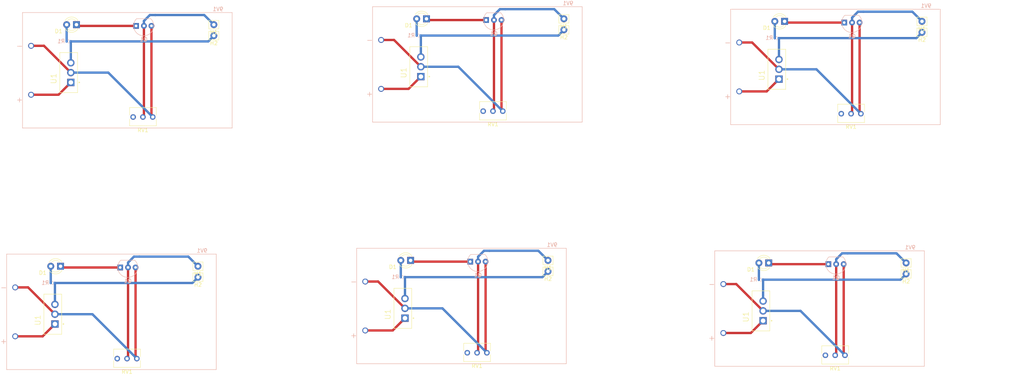
<source format=kicad_pcb>
(kicad_pcb (version 20211014) (generator pcbnew)
  (title_block (comment 1 "180208063"))
  (layers (0 "F.Cu" signal) (31 "B.Cu" signal) (34 "B.Paste" user) (35 "F.Paste" user) (36 "B.SilkS" user "B.Silkscreen") (37 "F.SilkS" user "F.Silkscreen") (38 "B.Mask" user) (39 "F.Mask" user) (44 "Edge.Cuts" user))
  (net 0 "")
  (net 2 "Net-(BZ1-Pad2)")
  (net 3 "Net-(D1-Pad2)")
  (net 4 "Net-(BZ1-Pad1)")
  (net 5 "Net-(9V1-Pad-)")
  (net 6 "Net-(9V1-Pad+)")
  (net 7 "Net-(H1-Pad1)")
  (footprint "L7805CV-Vreg:TO255P1040X460X1968-3" (layer "F.Cu") (at 126.907713 99.778603 90)
    (fp_text reference "U1" (at 0.995 -4.444 90) (layer "F.SilkS") (effects (font (size 1.4 1.4))))
    (fp_text value "L7805CV")
    (pad "1" thru_hole rect locked (at 0 0 90) (size 1.91 1.91) (drill 1.17) (layers F&B.Cu *.Mask) (net 6 "Net-(9V1-Pad+)"))
    (pad "2" thru_hole circle locked (at 2.55 0 90) (size 1.91 1.91) (drill 1.17) (layers F&B.Cu *.Mask) (net 5 "Net-(9V1-Pad-)"))
    (pad "3" thru_hole circle locked (at 5.1 0 90) (size 1.91 1.91) (drill 1.17) (layers F&B.Cu *.Mask) (net 4 "Net-(BZ1-Pad1)"))
  )
  (footprint "L7805CV-Vreg:TO255P1040X460X1968-3" (layer "F.Cu") (at 219.757713 100.438603 90)
    (fp_text reference "U1" (at 0.995 -4.444 90) (layer "F.SilkS") (effects (font (size 1.4 1.4))))
    (fp_text value "L7805CV")
    (pad "1" thru_hole rect locked (at 0 0 90) (size 1.91 1.91) (drill 1.17) (layers F&B.Cu *.Mask) (net 6 "Net-(9V1-Pad+)"))
    (pad "2" thru_hole circle locked (at 2.55 0 90) (size 1.91 1.91) (drill 1.17) (layers F&B.Cu *.Mask) (net 5 "Net-(9V1-Pad-)"))
    (pad "3" thru_hole circle locked (at 5.1 0 90) (size 1.91 1.91) (drill 1.17) (layers F&B.Cu *.Mask) (net 4 "Net-(BZ1-Pad1)"))
  )
  (footprint "Connector_Pin:Pin_D0.9mm_L10.0mm_W2.4mm_FlatFork" (layer "F.Cu") (at 260.959713 22.718603)
    (fp_text reference "H1" (at 0 1.95) (layer "F.SilkS"))
    (fp_text value "MountingHole_Pad")
    (pad "1" thru_hole circle (at 0 0) (size 1.8 1.8) (drill 0.9) (layers *.Cu *.Mask) (net 7 "Net-(H1-Pad1)"))
  )
  (footprint "Connector_Pin:Pin_D0.9mm_L10.0mm_W2.4mm_FlatFork" (layer "F.Cu") (at 256.839713 85.438603)
    (fp_text reference "H1" (at 0 1.95) (layer "F.SilkS"))
    (fp_text value "MountingHole_Pad")
    (pad "1" thru_hole circle (at 0 0) (size 1.8 1.8) (drill 0.9) (layers F&B.Cu *.Mask) (net 7 "Net-(H1-Pad1)"))
  )
  (footprint "L7805CV-Vreg:TO255P1040X460X1968-3" (layer "F.Cu") (at 36.147713 101.298603 90)
    (fp_text reference "U1" (at 0.995 -4.444 90) (layer "F.SilkS") (effects (font (size 1.4 1.4))))
    (fp_text value "L7805CV")
    (pad "1" thru_hole rect locked (at 0 0 90) (size 1.91 1.91) (drill 1.17) (layers F&B.Cu *.Mask) (net 6 "Net-(9V1-Pad+)"))
    (pad "2" thru_hole circle locked (at 2.55 0 90) (size 1.91 1.91) (drill 1.17) (layers F&B.Cu *.Mask) (net 5 "Net-(9V1-Pad-)"))
    (pad "3" thru_hole circle locked (at 5.1 0 90) (size 1.91 1.91) (drill 1.17) (layers F&B.Cu *.Mask) (net 4 "Net-(BZ1-Pad1)"))
  )
  (footprint "L7805CV-Vreg:TO255P1040X460X1968-3" (layer "F.Cu") (at 223.877713 37.718603 90)
    (fp_text reference "U1" (at 0.995 -4.444 90) (layer "F.SilkS") (effects (font (size 1.4 1.4))))
    (fp_text value "L7805CV")
    (pad "1" thru_hole rect locked (at 0 0 90) (size 1.91 1.91) (drill 1.17) (layers *.Cu *.Mask) (net 6 "Net-(9V1-Pad+)"))
    (pad "2" thru_hole circle locked (at 2.55 0 90) (size 1.91 1.91) (drill 1.17) (layers *.Cu *.Mask) (net 5 "Net-(9V1-Pad-)"))
    (pad "3" thru_hole circle locked (at 5.1 0 90) (size 1.91 1.91) (drill 1.17) (layers *.Cu *.Mask) (net 4 "Net-(BZ1-Pad1)"))
  )
  (footprint "Potentiometer_THT:Potentiometer_Bourns_3266Y_Vertical" (layer "F.Cu") (at 143.064713 108.753603 180)
    (fp_text reference "RV1" (at -2.54 -3.41) (layer "F.SilkS"))
    (fp_text value "R_POT")
    (pad "1" thru_hole circle (at 0 0 180) (size 1.44 1.44) (drill 0.8) (layers F&B.Cu *.Mask))
    (pad "2" thru_hole circle (at -2.54 0 180) (size 1.44 1.44) (drill 0.8) (layers F&B.Cu *.Mask) (net 7 "Net-(H1-Pad1)"))
    (pad "3" thru_hole circle (at -5.08 0 180) (size 1.44 1.44) (drill 0.8) (layers F&B.Cu *.Mask) (net 5 "Net-(9V1-Pad-)"))
  )
  (footprint "LED_THT:LED_D3.0mm_FlatTop" (layer "F.Cu") (at 132.484713 22.058603 180)
    (fp_text reference "D1" (at 4.625 -1.7) (layer "F.SilkS"))
    (fp_text value "LED")
    (pad "1" thru_hole rect (at 0 0 180) (size 1.8 1.8) (drill 0.9) (layers F&B.Cu *.Mask) (net 2 "Net-(BZ1-Pad2)"))
    (pad "2" thru_hole circle (at 2.54 0 180) (size 1.8 1.8) (drill 0.9) (layers F&B.Cu *.Mask) (net 3 "Net-(D1-Pad2)"))
  )
  (footprint "Connector_Pin:Pin_D0.9mm_L10.0mm_W2.4mm_FlatFork" (layer "F.Cu") (at 73.229713 86.298603)
    (fp_text reference "H1" (at 0 1.95) (layer "F.SilkS"))
    (fp_text value "MountingHole_Pad")
    (pad "1" thru_hole circle (at 0 0) (size 1.8 1.8) (drill 0.9) (layers F&B.Cu *.Mask) (net 7 "Net-(H1-Pad1)"))
  )
  (footprint "Connector_Pin:Pin_D0.9mm_L10.0mm_W2.4mm_FlatFork" (layer "F.Cu") (at 163.989713 84.778603)
    (fp_text reference "H1" (at 0 1.95) (layer "F.SilkS"))
    (fp_text value "MountingHole_Pad")
    (pad "1" thru_hole circle (at 0 0) (size 1.8 1.8) (drill 0.9) (layers F&B.Cu *.Mask) (net 7 "Net-(H1-Pad1)"))
  )
  (footprint "Connector_Pin:Pin_D0.9mm_L10.0mm_W2.4mm_FlatFork" (layer "F.Cu") (at 168.109713 24.908603)
    (fp_text reference "H2" (at 0 1.95) (layer "F.SilkS"))
    (fp_text value "MountingHole_Pad")
    (pad "1" thru_hole circle (at 0 0) (size 1.8 1.8) (drill 0.9) (layers F&B.Cu *.Mask) (net 4 "Net-(BZ1-Pad1)"))
  )
  (footprint "Connector_Pin:Pin_D0.9mm_L10.0mm_W2.4mm_FlatFork" (layer "F.Cu") (at 168.109713 22.058603)
    (fp_text reference "H1" (at 0 1.95) (layer "F.SilkS"))
    (fp_text value "MountingHole_Pad")
    (pad "1" thru_hole circle (at 0 0) (size 1.8 1.8) (drill 0.9) (layers F&B.Cu *.Mask) (net 7 "Net-(H1-Pad1)"))
  )
  (footprint "Connector_Pin:Pin_D0.9mm_L10.0mm_W2.4mm_FlatFork" (layer "F.Cu") (at 77.349713 26.428603)
    (fp_text reference "H2" (at 0 1.95) (layer "F.SilkS"))
    (fp_text value "MountingHole_Pad")
    (pad "1" thru_hole circle (at 0 0) (size 1.8 1.8) (drill 0.9) (layers F&B.Cu *.Mask) (net 4 "Net-(BZ1-Pad1)"))
  )
  (footprint "Potentiometer_THT:Potentiometer_Bourns_3266Y_Vertical" (layer "F.Cu") (at 52.304713 110.273603 180)
    (fp_text reference "RV1" (at -2.54 -3.41) (layer "F.SilkS"))
    (fp_text value "R_POT")
    (pad "1" thru_hole circle (at 0 0 180) (size 1.44 1.44) (drill 0.8) (layers F&B.Cu *.Mask))
    (pad "2" thru_hole circle (at -2.54 0 180) (size 1.44 1.44) (drill 0.8) (layers F&B.Cu *.Mask) (net 7 "Net-(H1-Pad1)"))
    (pad "3" thru_hole circle (at -5.08 0 180) (size 1.44 1.44) (drill 0.8) (layers F&B.Cu *.Mask) (net 5 "Net-(9V1-Pad-)"))
  )
  (footprint "L7805CV-Vreg:TO255P1040X460X1968-3" (layer "F.Cu") (at 40.267713 38.578603 90)
    (fp_text reference "U1" (at 0.995 -4.444 90) (layer "F.SilkS") (effects (font (size 1.4 1.4))))
    (fp_text value "L7805CV")
    (pad "1" thru_hole rect locked (at 0 0 90) (size 1.91 1.91) (drill 1.17) (layers F&B.Cu *.Mask) (net 6 "Net-(9V1-Pad+)"))
    (pad "2" thru_hole circle locked (at 2.55 0 90) (size 1.91 1.91) (drill 1.17) (layers F&B.Cu *.Mask) (net 5 "Net-(9V1-Pad-)"))
    (pad "3" thru_hole circle locked (at 5.1 0 90) (size 1.91 1.91) (drill 1.17) (layers F&B.Cu *.Mask) (net 4 "Net-(BZ1-Pad1)"))
  )
  (footprint "LED_THT:LED_D3.0mm_FlatTop" (layer "F.Cu") (at 128.364713 84.778603 180)
    (fp_text reference "D1" (at 4.625 -1.7) (layer "F.SilkS"))
    (fp_text value "LED")
    (pad "1" thru_hole rect (at 0 0 180) (size 1.8 1.8) (drill 0.9) (layers F&B.Cu *.Mask) (net 2 "Net-(BZ1-Pad2)"))
    (pad "2" thru_hole circle (at 2.54 0 180) (size 1.8 1.8) (drill 0.9) (layers F&B.Cu *.Mask) (net 3 "Net-(D1-Pad2)"))
  )
  (footprint "Potentiometer_THT:Potentiometer_Bourns_3266Y_Vertical" (layer "F.Cu") (at 235.914713 109.413603 180)
    (fp_text reference "RV1" (at -2.54 -3.41) (layer "F.SilkS"))
    (fp_text value "R_POT")
    (pad "1" thru_hole circle (at 0 0 180) (size 1.44 1.44) (drill 0.8) (layers F&B.Cu *.Mask))
    (pad "2" thru_hole circle (at -2.54 0 180) (size 1.44 1.44) (drill 0.8) (layers F&B.Cu *.Mask) (net 7 "Net-(H1-Pad1)"))
    (pad "3" thru_hole circle (at -5.08 0 180) (size 1.44 1.44) (drill 0.8) (layers F&B.Cu *.Mask) (net 5 "Net-(9V1-Pad-)"))
  )
  (footprint "LED_THT:LED_D3.0mm_FlatTop" (layer "F.Cu") (at 221.214713 85.438603 180)
    (fp_text reference "D1" (at 4.625 -1.7) (layer "F.SilkS"))
    (fp_text value "LED")
    (pad "1" thru_hole rect (at 0 0 180) (size 1.8 1.8) (drill 0.9) (layers F&B.Cu *.Mask) (net 2 "Net-(BZ1-Pad2)"))
    (pad "2" thru_hole circle (at 2.54 0 180) (size 1.8 1.8) (drill 0.9) (layers F&B.Cu *.Mask) (net 3 "Net-(D1-Pad2)"))
  )
  (footprint "Connector_Pin:Pin_D0.9mm_L10.0mm_W2.4mm_FlatFork" (layer "F.Cu") (at 73.229713 89.148603)
    (fp_text reference "H2" (at 0 1.95) (layer "F.SilkS"))
    (fp_text value "MountingHole_Pad")
    (pad "1" thru_hole circle (at 0 0) (size 1.8 1.8) (drill 0.9) (layers F&B.Cu *.Mask) (net 4 "Net-(BZ1-Pad1)"))
  )
  (footprint "L7805CV-Vreg:TO255P1040X460X1968-3" (layer "F.Cu") (at 131.027713 37.058603 90)
    (fp_text reference "U1" (at 0.995 -4.444 90) (layer "F.SilkS") (effects (font (size 1.4 1.4))))
    (fp_text value "L7805CV")
    (pad "1" thru_hole rect locked (at 0 0 90) (size 1.91 1.91) (drill 1.17) (layers F&B.Cu *.Mask) (net 6 "Net-(9V1-Pad+)"))
    (pad "2" thru_hole circle locked (at 2.55 0 90) (size 1.91 1.91) (drill 1.17) (layers F&B.Cu *.Mask) (net 5 "Net-(9V1-Pad-)"))
    (pad "3" thru_hole circle locked (at 5.1 0 90) (size 1.91 1.91) (drill 1.17) (layers F&B.Cu *.Mask) (net 4 "Net-(BZ1-Pad1)"))
  )
  (footprint "Connector_Pin:Pin_D0.9mm_L10.0mm_W2.4mm_FlatFork" (layer "F.Cu") (at 260.959713 25.568603)
    (fp_text reference "H2" (at 0 1.95) (layer "F.SilkS"))
    (fp_text value "MountingHole_Pad")
    (pad "1" thru_hole circle (at 0 0) (size 1.8 1.8) (drill 0.9) (layers *.Cu *.Mask) (net 4 "Net-(BZ1-Pad1)"))
  )
  (footprint "LED_THT:LED_D3.0mm_FlatTop" (layer "F.Cu") (at 37.604713 86.298603 180)
    (fp_text reference "D1" (at 4.625 -1.7) (layer "F.SilkS"))
    (fp_text value "LED")
    (pad "1" thru_hole rect (at 0 0 180) (size 1.8 1.8) (drill 0.9) (layers F&B.Cu *.Mask) (net 2 "Net-(BZ1-Pad2)"))
    (pad "2" thru_hole circle (at 2.54 0 180) (size 1.8 1.8) (drill 0.9) (layers F&B.Cu *.Mask) (net 3 "Net-(D1-Pad2)"))
  )
  (footprint "Connector_Pin:Pin_D0.9mm_L10.0mm_W2.4mm_FlatFork" (layer "F.Cu") (at 256.839713 88.288603)
    (fp_text reference "H2" (at 0 1.95) (layer "F.SilkS"))
    (fp_text value "MountingHole_Pad")
    (pad "1" thru_hole circle (at 0 0) (size 1.8 1.8) (drill 0.9) (layers F&B.Cu *.Mask) (net 4 "Net-(BZ1-Pad1)"))
  )
  (footprint "Connector_Pin:Pin_D0.9mm_L10.0mm_W2.4mm_FlatFork" (layer "F.Cu") (at 163.989713 87.628603)
    (fp_text reference "H2" (at 0 1.95) (layer "F.SilkS"))
    (fp_text value "MountingHole_Pad")
    (pad "1" thru_hole circle (at 0 0) (size 1.8 1.8) (drill 0.9) (layers F&B.Cu *.Mask) (net 4 "Net-(BZ1-Pad1)"))
  )
  (footprint "LED_THT:LED_D3.0mm_FlatTop" (layer "F.Cu") (at 41.724713 23.578603 180)
    (fp_text reference "D1" (at 4.625 -1.7) (layer "F.SilkS"))
    (fp_text value "LED")
    (pad "1" thru_hole rect (at 0 0 180) (size 1.8 1.8) (drill 0.9) (layers F&B.Cu *.Mask) (net 2 "Net-(BZ1-Pad2)"))
    (pad "2" thru_hole circle (at 2.54 0 180) (size 1.8 1.8) (drill 0.9) (layers F&B.Cu *.Mask) (net 3 "Net-(D1-Pad2)"))
  )
  (footprint "Potentiometer_THT:Potentiometer_Bourns_3266Y_Vertical" (layer "F.Cu") (at 240.034713 46.693603 180)
    (fp_text reference "RV1" (at -2.54 -3.41) (layer "F.SilkS"))
    (fp_text value "R_POT")
    (pad "1" thru_hole circle (at 0 0 180) (size 1.44 1.44) (drill 0.8) (layers *.Cu *.Mask))
    (pad "2" thru_hole circle (at -2.54 0 180) (size 1.44 1.44) (drill 0.8) (layers *.Cu *.Mask) (net 7 "Net-(H1-Pad1)"))
    (pad "3" thru_hole circle (at -5.08 0 180) (size 1.44 1.44) (drill 0.8) (layers *.Cu *.Mask) (net 5 "Net-(9V1-Pad-)"))
  )
  (footprint "Potentiometer_THT:Potentiometer_Bourns_3266Y_Vertical" (layer "F.Cu") (at 147.184713 46.033603 180)
    (fp_text reference "RV1" (at -2.54 -3.41) (layer "F.SilkS"))
    (fp_text value "R_POT")
    (pad "1" thru_hole circle (at 0 0 180) (size 1.44 1.44) (drill 0.8) (layers F&B.Cu *.Mask))
    (pad "2" thru_hole circle (at -2.54 0 180) (size 1.44 1.44) (drill 0.8) (layers F&B.Cu *.Mask) (net 7 "Net-(H1-Pad1)"))
    (pad "3" thru_hole circle (at -5.08 0 180) (size 1.44 1.44) (drill 0.8) (layers F&B.Cu *.Mask) (net 5 "Net-(9V1-Pad-)"))
  )
  (footprint "LED_THT:LED_D3.0mm_FlatTop" (layer "F.Cu") (at 225.334713 22.718603 180)
    (fp_text reference "D1" (at 4.625 -1.7) (layer "F.SilkS"))
    (fp_text value "LED")
    (pad "1" thru_hole rect (at 0 0 180) (size 1.8 1.8) (drill 0.9) (layers *.Cu *.Mask) (net 2 "Net-(BZ1-Pad2)"))
    (pad "2" thru_hole circle (at 2.54 0 180) (size 1.8 1.8) (drill 0.9) (layers *.Cu *.Mask) (net 3 "Net-(D1-Pad2)"))
  )
  (footprint "Potentiometer_THT:Potentiometer_Bourns_3266Y_Vertical" (layer "F.Cu") (at 56.424713 47.553603 180)
    (fp_text reference "RV1" (at -2.54 -3.41) (layer "F.SilkS"))
    (fp_text value "R_POT")
    (pad "1" thru_hole circle (at 0 0 180) (size 1.44 1.44) (drill 0.8) (layers F&B.Cu *.Mask))
    (pad "2" thru_hole circle (at -2.54 0 180) (size 1.44 1.44) (drill 0.8) (layers F&B.Cu *.Mask) (net 7 "Net-(H1-Pad1)"))
    (pad "3" thru_hole circle (at -5.08 0 180) (size 1.44 1.44) (drill 0.8) (layers F&B.Cu *.Mask) (net 5 "Net-(9V1-Pad-)"))
  )
  (footprint "Connector_Pin:Pin_D0.9mm_L10.0mm_W2.4mm_FlatFork" (layer "F.Cu") (at 77.349713 23.578603)
    (fp_text reference "H1" (at 0 1.95) (layer "F.SilkS"))
    (fp_text value "MountingHole_Pad")
    (pad "1" thru_hole circle (at 0 0) (size 1.8 1.8) (drill 0.9) (layers F&B.Cu *.Mask) (net 7 "Net-(H1-Pad1)"))
  )
  (footprint "Package_TO_SOT_THT:TO-92_Inline2-bigger" (layer "B.Cu") (at 53.7615 86.5895)
    (fp_text reference "Q1" (at 1.27 3.56 180) (layer "B.SilkS") (effects (justify mirror)))
    (fp_text value "BC547")
    (pad "1" thru_hole rect (at -0.7 0.03) (size 1.5 1.5) (drill 0.7) (layers F&B.Cu *.Mask) (net 2 "Net-(BZ1-Pad2)"))
    (pad "2" thru_hole oval (at 1.34 0.02) (size 1.5 1.5) (drill 0.7) (layers F&B.Cu *.Mask) (net 7 "Net-(H1-Pad1)"))
    (pad "3" thru_hole oval (at 3.29 0.02) (size 1.5 1.5) (drill 0.7) (layers F&B.Cu *.Mask) (net 5 "Net-(9V1-Pad-)"))
  )
  (footprint "BHVPC-BatteryHolder:BAT_BH9VPC" (layer "B.Cu") (at 145.674713 33.898603 180)
    (fp_text reference "9V1" (at -23.495 15.875) (layer "B.SilkS") (effects (justify mirror)))
    (fp_text value "BH9VPC")
    (fp_text user "+" (at 27.94 -7.62) (layer "B.SilkS") (effects (font (size 1.4 1.4)) (justify mirror)))
    (fp_text user "-" (at 27.94 6.35) (layer "B.SilkS") (effects (font (size 1.4 1.4)) (justify mirror)))
    (pad "" np_thru_hole circle (at -13.625 11.09 180) (size 0.001 0.001) (drill 0.762) (layers F&B.Cu *.Mask))
    (pad "" np_thru_hole circle (at -0.135 -11.26 180) (size 0.001 0.001) (drill 0.762) (layers F&B.Cu *.Mask))
    (pad "" np_thru_hole circle (at 13.345 11.09 180) (size 0.001 0.001) (drill 0.762) (layers F&B.Cu *.Mask))
    (pad "+" thru_hole circle (at 24.945 -6.35 180) (size 1.524 1.524) (drill 1.016) (layers F&B.Cu *.Mask) (net 6 "Net-(9V1-Pad+)"))
    (pad "-" thru_hole circle (at 24.945 6.35 180) (size 1.524 1.524) (drill 1.016) (layers F&B.Cu *.Mask) (net 5 "Net-(9V1-Pad-)"))
  )
  (footprint "Package_TO_SOT_THT:TO-92_Inline2-bigger" (layer "B.Cu") (at 144.5215 85.0695)
    (fp_text reference "Q1" (at 1.27 3.56 180) (layer "B.SilkS") (effects (justify mirror)))
    (fp_text value "BC547")
    (pad "1" thru_hole rect (at -0.7 0.03) (size 1.5 1.5) (drill 0.7) (layers F&B.Cu *.Mask) (net 2 "Net-(BZ1-Pad2)"))
    (pad "2" thru_hole oval (at 1.34 0.02) (size 1.5 1.5) (drill 0.7) (layers F&B.Cu *.Mask) (net 7 "Net-(H1-Pad1)"))
    (pad "3" thru_hole oval (at 3.29 0.02) (size 1.5 1.5) (drill 0.7) (layers F&B.Cu *.Mask) (net 5 "Net-(9V1-Pad-)"))
  )
  (footprint "Package_TO_SOT_THT:TO-92_Inline2-bigger" (layer "B.Cu") (at 241.4915 23.0095)
    (fp_text reference "Q1" (at 1.27 3.56 180) (layer "B.SilkS") (effects (justify mirror)))
    (fp_text value "BC547")
    (pad "1" thru_hole rect (at -0.7 0.03) (size 1.5 1.5) (drill 0.7) (layers *.Cu *.Mask) (net 2 "Net-(BZ1-Pad2)"))
    (pad "2" thru_hole oval (at 1.34 0.02) (size 1.5 1.5) (drill 0.7) (layers *.Cu *.Mask) (net 7 "Net-(H1-Pad1)"))
    (pad "3" thru_hole oval (at 3.29 0.02) (size 1.5 1.5) (drill 0.7) (layers *.Cu *.Mask) (net 5 "Net-(9V1-Pad-)"))
  )
  (footprint "BHVPC-BatteryHolder:BAT_BH9VPC" (layer "B.Cu") (at 238.524713 34.558603 180)
    (fp_text reference "9V1" (at -23.495 15.875) (layer "B.SilkS") (effects (justify mirror)))
    (fp_text value "BH9VPC")
    (fp_text user "+" (at 27.94 -7.62) (layer "B.SilkS") (effects (font (size 1.4 1.4)) (justify mirror)))
    (fp_text user "-" (at 27.94 6.35) (layer "B.SilkS") (effects (font (size 1.4 1.4)) (justify mirror)))
    (pad "" np_thru_hole circle (at -13.625 11.09 180) (size 0 0) (layers F&B.Cu *.Mask))
    (pad "" np_thru_hole circle (at -0.135 -11.26 180) (size 0 0) (layers F&B.Cu *.Mask))
    (pad "" np_thru_hole circle (at 13.345 11.09 180) (size 0 0) (layers F&B.Cu *.Mask))
    (pad "+" thru_hole circle (at 24.945 -6.35 180) (size 1.524 1.524) (drill 1.016) (layers *.Cu *.Mask) (net 6 "Net-(9V1-Pad+)"))
    (pad "-" thru_hole circle (at 24.945 6.35 180) (size 1.524 1.524) (drill 1.016) (layers *.Cu *.Mask) (net 5 "Net-(9V1-Pad-)"))
  )
  (footprint "BHVPC-BatteryHolder:BAT_BH9VPC" (layer "B.Cu") (at 50.794713 98.138603 180)
    (fp_text reference "9V1" (at -23.495 15.875) (layer "B.SilkS") (effects (justify mirror)))
    (fp_text value "BH9VPC")
    (fp_text user "+" (at 27.94 -7.62) (layer "B.SilkS") (effects (font (size 1.4 1.4)) (justify mirror)))
    (fp_text user "-" (at 27.94 6.35) (layer "B.SilkS") (effects (font (size 1.4 1.4)) (justify mirror)))
    (pad "" np_thru_hole circle (at -13.625 11.09 180) (size 0.001 0.001) (drill 0.762) (layers F&B.Cu *.Mask))
    (pad "" np_thru_hole circle (at -0.135 -11.26 180) (size 0.001 0.001) (drill 0.762) (layers F&B.Cu *.Mask))
    (pad "" np_thru_hole circle (at 13.345 11.09 180) (size 0.001 0.001) (drill 0.762) (layers F&B.Cu *.Mask))
    (pad "+" thru_hole circle (at 24.945 -6.35 180) (size 1.524 1.524) (drill 1.016) (layers F&B.Cu *.Mask) (net 6 "Net-(9V1-Pad+)"))
    (pad "-" thru_hole circle (at 24.945 6.35 180) (size 1.524 1.524) (drill 1.016) (layers F&B.Cu *.Mask) (net 5 "Net-(9V1-Pad-)"))
  )
  (footprint "BHVPC-BatteryHolder:BAT_BH9VPC" (layer "B.Cu") (at 141.554713 96.618603 180)
    (fp_text reference "9V1" (at -23.495 15.875) (layer "B.SilkS") (effects (justify mirror)))
    (fp_text value "BH9VPC")
    (fp_text user "+" (at 27.94 -7.62) (layer "B.SilkS") (effects (font (size 1.4 1.4)) (justify mirror)))
    (fp_text user "-" (at 27.94 6.35) (layer "B.SilkS") (effects (font (size 1.4 1.4)) (justify mirror)))
    (pad "" np_thru_hole circle (at -13.625 11.09 180) (size 0.001 0.001) (drill 0.762) (layers F&B.Cu *.Mask))
    (pad "" np_thru_hole circle (at -0.135 -11.26 180) (size 0.001 0.001) (drill 0.762) (layers F&B.Cu *.Mask))
    (pad "" np_thru_hole circle (at 13.345 11.09 180) (size 0.001 0.001) (drill 0.762) (layers F&B.Cu *.Mask))
    (pad "+" thru_hole circle (at 24.945 -6.35 180) (size 1.524 1.524) (drill 1.016) (layers F&B.Cu *.Mask) (net 6 "Net-(9V1-Pad+)"))
    (pad "-" thru_hole circle (at 24.945 6.35 180) (size 1.524 1.524) (drill 1.016) (layers F&B.Cu *.Mask) (net 5 "Net-(9V1-Pad-)"))
  )
  (footprint "Resistor_SMD:R_0402_1005Metric" (layer "B.Cu") (at 39.699713 27.928603 180)
    (fp_text reference "R1" (at 1.95 0.05) (layer "B.SilkS") (effects (justify mirror)))
    (fp_text value "1kohm")
    (pad "1" smd roundrect (at -0.51 0 180) (size 0.54 0.64) (layers "B.Cu" "B.Paste" "B.Mask") (net 4 "Net-(BZ1-Pad1)"))
    (pad "2" smd roundrect (at 0.51 0 180) (size 0.54 0.64) (layers "B.Cu" "B.Paste" "B.Mask") (net 3 "Net-(D1-Pad2)"))
  )
  (footprint "Resistor_SMD:R_0402_1005Metric" (layer "B.Cu") (at 126.339713 89.128603 180)
    (fp_text reference "R1" (at 1.95 0.05) (layer "B.SilkS") (effects (justify mirror)))
    (fp_text value "1kohm")
    (pad "1" smd roundrect (at -0.51 0 180) (size 0.54 0.64) (layers "B.Cu" "B.Paste" "B.Mask") (net 4 "Net-(BZ1-Pad1)"))
    (pad "2" smd roundrect (at 0.51 0 180) (size 0.54 0.64) (layers "B.Cu" "B.Paste" "B.Mask") (net 3 "Net-(D1-Pad2)"))
  )
  (footprint "Package_TO_SOT_THT:TO-92_Inline2-bigger" (layer "B.Cu") (at 237.3715 85.7295)
    (fp_text reference "Q1" (at 1.27 3.56 180) (layer "B.SilkS") (effects (justify mirror)))
    (fp_text value "BC547")
    (pad "1" thru_hole rect (at -0.7 0.03) (size 1.5 1.5) (drill 0.7) (layers F&B.Cu *.Mask) (net 2 "Net-(BZ1-Pad2)"))
    (pad "2" thru_hole oval (at 1.34 0.02) (size 1.5 1.5) (drill 0.7) (layers F&B.Cu *.Mask) (net 7 "Net-(H1-Pad1)"))
    (pad "3" thru_hole oval (at 3.29 0.02) (size 1.5 1.5) (drill 0.7) (layers F&B.Cu *.Mask) (net 5 "Net-(9V1-Pad-)"))
  )
  (footprint "BHVPC-BatteryHolder:BAT_BH9VPC" (layer "B.Cu") (at 234.404713 97.278603 180)
    (fp_text reference "9V1" (at -23.495 15.875) (layer "B.SilkS") (effects (justify mirror)))
    (fp_text value "BH9VPC")
    (fp_text user "+" (at 27.94 -7.62) (layer "B.SilkS") (effects (font (size 1.4 1.4)) (justify mirror)))
    (fp_text user "-" (at 27.94 6.35) (layer "B.SilkS") (effects (font (size 1.4 1.4)) (justify mirror)))
    (pad "" np_thru_hole circle (at -13.625 11.09 180) (size 0.001 0.001) (drill 0.762) (layers F&B.Cu *.Mask))
    (pad "" np_thru_hole circle (at -0.135 -11.26 180) (size 0.001 0.001) (drill 0.762) (layers F&B.Cu *.Mask))
    (pad "" np_thru_hole circle (at 13.345 11.09 180) (size 0.001 0.001) (drill 0.762) (layers F&B.Cu *.Mask))
    (pad "+" thru_hole circle (at 24.945 -6.35 180) (size 1.524 1.524) (drill 1.016) (layers F&B.Cu *.Mask) (net 6 "Net-(9V1-Pad+)"))
    (pad "-" thru_hole circle (at 24.945 6.35 180) (size 1.524 1.524) (drill 1.016) (layers F&B.Cu *.Mask) (net 5 "Net-(9V1-Pad-)"))
  )
  (footprint "BHVPC-BatteryHolder:BAT_BH9VPC" (layer "B.Cu") (at 54.914713 35.418603 180)
    (fp_text reference "9V1" (at -23.495 15.875) (layer "B.SilkS") (effects (justify mirror)))
    (fp_text value "BH9VPC")
    (fp_text user "+" (at 27.94 -7.62) (layer "B.SilkS") (effects (font (size 1.4 1.4)) (justify mirror)))
    (fp_text user "-" (at 27.94 6.35) (layer "B.SilkS") (effects (font (size 1.4 1.4)) (justify mirror)))
    (pad "" np_thru_hole circle (at -13.625 11.09 180) (size 0.001 0.001) (drill 0.762) (layers F&B.Cu *.Mask))
    (pad "" np_thru_hole circle (at -0.135 -11.26 180) (size 0.001 0.001) (drill 0.762) (layers F&B.Cu *.Mask))
    (pad "" np_thru_hole circle (at 13.345 11.09 180) (size 0.001 0.001) (drill 0.762) (layers F&B.Cu *.Mask))
    (pad "+" thru_hole circle (at 24.945 -6.35 180) (size 1.524 1.524) (drill 1.016) (layers F&B.Cu *.Mask) (net 6 "Net-(9V1-Pad+)"))
    (pad "-" thru_hole circle (at 24.945 6.35 180) (size 1.524 1.524) (drill 1.016) (layers F&B.Cu *.Mask) (net 5 "Net-(9V1-Pad-)"))
  )
  (footprint "Resistor_SMD:R_0402_1005Metric" (layer "B.Cu") (at 130.459713 26.408603 180)
    (fp_text reference "R1" (at 1.95 0.05) (layer "B.SilkS") (effects (justify mirror)))
    (fp_text value "1kohm")
    (pad "1" smd roundrect (at -0.51 0 180) (size 0.54 0.64) (layers "B.Cu" "B.Paste" "B.Mask") (net 4 "Net-(BZ1-Pad1)"))
    (pad "2" smd roundrect (at 0.51 0 180) (size 0.54 0.64) (layers "B.Cu" "B.Paste" "B.Mask") (net 3 "Net-(D1-Pad2)"))
  )
  (footprint "Package_TO_SOT_THT:TO-92_Inline2-bigger" (layer "B.Cu") (at 57.8815 23.8695)
    (fp_text reference "Q1" (at 1.27 3.56 180) (layer "B.SilkS") (effects (justify mirror)))
    (fp_text value "BC547")
    (pad "1" thru_hole rect (at -0.7 0.03) (size 1.5 1.5) (drill 0.7) (layers F&B.Cu *.Mask) (net 2 "Net-(BZ1-Pad2)"))
    (pad "2" thru_hole oval (at 1.34 0.02) (size 1.5 1.5) (drill 0.7) (layers F&B.Cu *.Mask) (net 7 "Net-(H1-Pad1)"))
    (pad "3" thru_hole oval (at 3.29 0.02) (size 1.5 1.5) (drill 0.7) (layers F&B.Cu *.Mask) (net 5 "Net-(9V1-Pad-)"))
  )
  (footprint "Resistor_SMD:R_0402_1005Metric" (layer "B.Cu") (at 223.309713 27.068603 180)
    (fp_text reference "R1" (at 1.95 0.05) (layer "B.SilkS") (effects (justify mirror)))
    (fp_text value "1kohm")
    (pad "1" smd roundrect (at -0.51 0 180) (size 0.54 0.64) (layers "B.Cu" "B.Paste" "B.Mask") (net 4 "Net-(BZ1-Pad1)"))
    (pad "2" smd roundrect (at 0.51 0 180) (size 0.54 0.64) (layers "B.Cu" "B.Paste" "B.Mask") (net 3 "Net-(D1-Pad2)"))
  )
  (footprint "Resistor_SMD:R_0402_1005Metric" (layer "B.Cu") (at 35.579713 90.648603 180)
    (fp_text reference "R1" (at 1.95 0.05) (layer "B.SilkS") (effects (justify mirror)))
    (fp_text value "1kohm")
    (pad "1" smd roundrect (at -0.51 0 180) (size 0.54 0.64) (layers "B.Cu" "B.Paste" "B.Mask") (net 4 "Net-(BZ1-Pad1)"))
    (pad "2" smd roundrect (at 0.51 0 180) (size 0.54 0.64) (layers "B.Cu" "B.Paste" "B.Mask") (net 3 "Net-(D1-Pad2)"))
  )
  (footprint "Package_TO_SOT_THT:TO-92_Inline2-bigger" (layer "B.Cu") (at 148.6415 22.3495)
    (fp_text reference "Q1" (at 1.27 3.56 180) (layer "B.SilkS") (effects (justify mirror)))
    (fp_text value "BC547")
    (pad "1" thru_hole rect (at -0.7 0.03) (size 1.5 1.5) (drill 0.7) (layers F&B.Cu *.Mask) (net 2 "Net-(BZ1-Pad2)"))
    (pad "2" thru_hole oval (at 1.34 0.02) (size 1.5 1.5) (drill 0.7) (layers F&B.Cu *.Mask) (net 7 "Net-(H1-Pad1)"))
    (pad "3" thru_hole oval (at 3.29 0.02) (size 1.5 1.5) (drill 0.7) (layers F&B.Cu *.Mask) (net 5 "Net-(9V1-Pad-)"))
  )
  (footprint "Resistor_SMD:R_0402_1005Metric" (layer "B.Cu") (at 219.189713 89.788603 180)
    (fp_text reference "R1" (at 1.95 0.05) (layer "B.SilkS") (effects (justify mirror)))
    (fp_text value "1kohm")
    (pad "1" smd roundrect (at -0.51 0 180) (size 0.54 0.64) (layers "B.Cu" "B.Paste" "B.Mask") (net 4 "Net-(BZ1-Pad1)"))
    (pad "2" smd roundrect (at 0.51 0 180) (size 0.54 0.64) (layers "B.Cu" "B.Paste" "B.Mask") (net 3 "Net-(D1-Pad2)"))
  )
  (segment (start 240.7915 23.0395) (end 225.65561 23.0395) (width 0.6) (layer "F.Cu") (net 2))
  (segment (start 53.0615 86.6195) (end 37.92561 86.6195) (width 0.6) (layer "F.Cu") (net 2))
  (segment (start 236.6715 85.7595) (end 221.53561 85.7595) (width 0.6) (layer "F.Cu") (net 2))
  (segment (start 147.9415 22.3795) (end 132.80561 22.3795) (width 0.6) (layer "F.Cu") (net 2))
  (segment (start 132.80561 22.3795) (end 132.484713 22.058603) (width 0.6) (layer "F.Cu") (net 2))
  (segment (start 42.04561 23.8995) (end 41.724713 23.578603) (width 0.6) (layer "F.Cu") (net 2))
  (segment (start 143.8215 85.0995) (end 128.68561 85.0995) (width 0.6) (layer "F.Cu") (net 2))
  (segment (start 128.68561 85.0995) (end 128.364713 84.778603) (width 0.6) (layer "F.Cu") (net 2))
  (segment (start 57.1815 23.8995) (end 42.04561 23.8995) (width 0.6) (layer "F.Cu") (net 2))
  (segment (start 221.53561 85.7595) (end 221.214713 85.438603) (width 0.6) (layer "F.Cu") (net 2))
  (segment (start 225.65561 23.0395) (end 225.334713 22.718603) (width 0.6) (layer "F.Cu") (net 2))
  (segment (start 37.92561 86.6195) (end 37.604713 86.298603) (width 0.6) (layer "F.Cu") (net 2))
  (segment (start 42.04561 23.8995) (end 41.724713 23.578603) (width 0.25) (layer "B.Cu") (net 2))
  (segment (start 37.92561 86.6195) (end 37.604713 86.298603) (width 0.25) (layer "B.Cu") (net 2))
  (segment (start 57.160603 23.578603) (end 57.4915 23.9095) (width 0.25) (layer "B.Cu") (net 2))
  (segment (start 132.80561 22.3795) (end 132.484713 22.058603) (width 0.25) (layer "B.Cu") (net 2))
  (segment (start 147.920603 22.058603) (end 148.2515 22.3895) (width 0.25) (layer "B.Cu") (net 2))
  (segment (start 240.770603 22.718603) (end 241.1015 23.0495) (width 0.25) (layer "B.Cu") (net 2))
  (segment (start 143.800603 84.778603) (end 144.1315 85.1095) (width 0.25) (layer "B.Cu") (net 2))
  (segment (start 53.040603 86.298603) (end 53.3715 86.6295) (width 0.25) (layer "B.Cu") (net 2))
  (segment (start 128.68561 85.0995) (end 128.364713 84.778603) (width 0.25) (layer "B.Cu") (net 2))
  (segment (start 236.650603 85.438603) (end 236.9815 85.7695) (width 0.25) (layer "B.Cu") (net 2))
  (segment (start 225.65561 23.0395) (end 225.334713 22.718603) (width 0.25) (layer "B.Cu") (net 2))
  (segment (start 221.53561 85.7595) (end 221.214713 85.438603) (width 0.25) (layer "B.Cu") (net 2))
  (segment (start 222.794713 27.063603) (end 222.794713 22.718603) (width 0.6) (layer "B.Cu") (net 3))
  (segment (start 218.679713 89.788603) (end 218.674713 89.783603) (width 0.25) (layer "B.Cu") (net 3))
  (segment (start 39.184713 27.923603) (end 39.184713 23.578603) (width 0.6) (layer "B.Cu") (net 3))
  (segment (start 125.829713 89.128603) (end 125.824713 89.123603) (width 0.25) (layer "B.Cu") (net 3))
  (segment (start 39.189713 27.928603) (end 39.184713 27.923603) (width 0.25) (layer "B.Cu") (net 3))
  (segment (start 35.069713 90.648603) (end 35.064713 90.643603) (width 0.25) (layer "B.Cu") (net 3))
  (segment (start 129.944713 26.403603) (end 129.944713 22.058603) (width 0.6) (layer "B.Cu") (net 3))
  (segment (start 218.674713 89.783603) (end 218.674713 85.438603) (width 0.6) (layer "B.Cu") (net 3))
  (segment (start 222.799713 27.068603) (end 222.794713 27.063603) (width 0.25) (layer "B.Cu") (net 3))
  (segment (start 35.064713 90.643603) (end 35.064713 86.298603) (width 0.6) (layer "B.Cu") (net 3))
  (segment (start 129.949713 26.408603) (end 129.944713 26.403603) (width 0.25) (layer "B.Cu") (net 3))
  (segment (start 125.824713 89.123603) (end 125.824713 84.778603) (width 0.6) (layer "B.Cu") (net 3))
  (segment (start 36.147713 90.706603) (end 36.089713 90.648603) (width 0.25) (layer "B.Cu") (net 4))
  (segment (start 219.699713 89.788603) (end 255.389713 89.788603) (width 0.6) (layer "B.Cu") (net 4))
  (segment (start 40.267713 33.478603) (end 40.267713 27.986603) (width 0.6) (layer "B.Cu") (net 4))
  (segment (start 36.147713 96.198603) (end 36.147713 90.706603) (width 0.6) (layer "B.Cu") (net 4))
  (segment (start 219.757713 95.338603) (end 219.757713 89.846603) (width 0.6) (layer "B.Cu") (net 4))
  (segment (start 255.389713 89.788603) (end 256.889713 88.288603) (width 0.6) (layer "B.Cu") (net 4))
  (segment (start 131.027713 31.958603) (end 131.027713 26.466603) (width 0.6) (layer "B.Cu") (net 4))
  (segment (start 259.509713 27.068603) (end 261.009713 25.568603) (width 0.6) (layer "B.Cu") (net 4))
  (segment (start 223.877713 27.126603) (end 223.819713 27.068603) (width 0.25) (layer "B.Cu") (net 4))
  (segment (start 223.877713 32.618603) (end 223.877713 27.126603) (width 0.6) (layer "B.Cu") (net 4))
  (segment (start 71.779713 90.648603) (end 73.279713 89.148603) (width 0.6) (layer "B.Cu") (net 4))
  (segment (start 126.907713 94.678603) (end 126.907713 89.186603) (width 0.6) (layer "B.Cu") (net 4))
  (segment (start 130.969713 26.408603) (end 166.659713 26.408603) (width 0.6) (layer "B.Cu") (net 4))
  (segment (start 126.907713 89.186603) (end 126.849713 89.128603) (width 0.25) (layer "B.Cu") (net 4))
  (segment (start 131.027713 26.466603) (end 130.969713 26.408603) (width 0.25) (layer "B.Cu") (net 4))
  (segment (start 219.757713 89.846603) (end 219.699713 89.788603) (width 0.25) (layer "B.Cu") (net 4))
  (segment (start 36.089713 90.648603) (end 71.779713 90.648603) (width 0.6) (layer "B.Cu") (net 4))
  (segment (start 40.267713 27.986603) (end 40.209713 27.928603) (width 0.25) (layer "B.Cu") (net 4))
  (segment (start 223.819713 27.068603) (end 259.509713 27.068603) (width 0.6) (layer "B.Cu") (net 4))
  (segment (start 162.539713 89.128603) (end 164.039713 87.628603) (width 0.6) (layer "B.Cu") (net 4))
  (segment (start 166.659713 26.408603) (end 168.159713 24.908603) (width 0.6) (layer "B.Cu") (net 4))
  (segment (start 75.899713 27.928603) (end 77.399713 26.428603) (width 0.6) (layer "B.Cu") (net 4))
  (segment (start 40.209713 27.928603) (end 75.899713 27.928603) (width 0.6) (layer "B.Cu") (net 4))
  (segment (start 126.849713 89.128603) (end 162.539713 89.128603) (width 0.6) (layer "B.Cu") (net 4))
  (segment (start 212.797713 90.928603) (end 219.757713 97.888603) (width 0.6) (layer "F.Cu") (net 5))
  (segment (start 57.0515 86.6095) (end 57.0515 109.94039) (width 0.6) (layer "F.Cu") (net 5))
  (segment (start 60.9315 46.98039) (end 61.504713 47.553603) (width 0.25) (layer "F.Cu") (net 5))
  (segment (start 124.067713 27.548603) (end 131.027713 34.508603) (width 0.6) (layer "F.Cu") (net 5))
  (segment (start 147.5715 108.18039) (end 148.144713 108.753603) (width 0.25) (layer "F.Cu") (net 5))
  (segment (start 240.6615 109.08039) (end 240.994713 109.413603) (width 0.25) (layer "F.Cu") (net 5))
  (segment (start 57.0515 109.94039) (end 57.384713 110.273603) (width 0.25) (layer "F.Cu") (net 5))
  (segment (start 120.729713 27.548603) (end 124.067713 27.548603) (width 0.6) (layer "F.Cu") (net 5))
  (segment (start 147.8115 85.0895) (end 147.8115 108.42039) (width 0.6) (layer "F.Cu") (net 5))
  (segment (start 151.9315 22.3695) (end 151.9315 45.70039) (width 0.6) (layer "F.Cu") (net 5))
  (segment (start 244.7815 23.0295) (end 244.7815 46.36039) (width 0.6) (layer "F.Cu") (net 5))
  (segment (start 147.8115 108.42039) (end 148.144713 108.753603) (width 0.25) (layer "F.Cu") (net 5))
  (segment (start 244.5415 46.12039) (end 245.114713 46.693603) (width 0.25) (layer "F.Cu") (net 5))
  (segment (start 116.609713 90.268603) (end 119.947713 90.268603) (width 0.6) (layer "F.Cu") (net 5))
  (segment (start 213.579713 28.208603) (end 216.917713 28.208603) (width 0.6) (layer "F.Cu") (net 5))
  (segment (start 29.969713 29.068603) (end 33.307713 29.068603) (width 0.6) (layer "F.Cu") (net 5))
  (segment (start 240.6615 85.7495) (end 240.6615 109.08039) (width 0.6) (layer "F.Cu") (net 5))
  (segment (start 61.1715 47.22039) (end 61.504713 47.553603) (width 0.25) (layer "F.Cu") (net 5))
  (segment (start 209.459713 90.928603) (end 212.797713 90.928603) (width 0.6) (layer "F.Cu") (net 5))
  (segment (start 29.187713 91.788603) (end 36.147713 98.748603) (width 0.6) (layer "F.Cu") (net 5))
  (segment (start 25.849713 91.788603) (end 29.187713 91.788603) (width 0.6) (layer "F.Cu") (net 5))
  (segment (start 61.1715 23.8895) (end 61.1715 47.22039) (width 0.6) (layer "F.Cu") (net 5))
  (segment (start 240.4215 108.84039) (end 240.994713 109.413603) (width 0.25) (layer "F.Cu") (net 5))
  (segment (start 216.917713 28.208603) (end 223.877713 35.168603) (width 0.6) (layer "F.Cu") (net 5))
  (segment (start 119.947713 90.268603) (end 126.907713 97.228603) (width 0.6) (layer "F.Cu") (net 5))
  (segment (start 151.9315 45.70039) (end 152.264713 46.033603) (width 0.25) (layer "F.Cu") (net 5))
  (segment (start 56.8115 109.70039) (end 57.384713 110.273603) (width 0.25) (layer "F.Cu") (net 5))
  (segment (start 151.6915 45.46039) (end 152.264713 46.033603) (width 0.25) (layer "F.Cu") (net 5))
  (segment (start 33.307713 29.068603) (end 40.267713 36.028603) (width 0.6) (layer "F.Cu") (net 5))
  (segment (start 244.7815 46.36039) (end 245.114713 46.693603) (width 0.25) (layer "F.Cu") (net 5))
  (segment (start 229.469713 97.888603) (end 240.994713 109.413603) (width 0.6) (layer "B.Cu") (net 5))
  (segment (start 49.979713 36.028603) (end 61.504713 47.553603) (width 0.6) (layer "B.Cu") (net 5))
  (segment (start 136.619713 97.228603) (end 148.144713 108.753603) (width 0.6) (layer "B.Cu") (net 5))
  (segment (start 219.757713 97.888603) (end 229.469713 97.888603) (width 0.6) (layer "B.Cu") (net 5))
  (segment (start 45.859713 98.748603) (end 57.384713 110.273603) (width 0.6) (layer "B.Cu") (net 5))
  (segment (start 36.147713 98.748603) (end 45.859713 98.748603) (width 0.6) (layer "B.Cu") (net 5))
  (segment (start 131.027713 34.508603) (end 140.739713 34.508603) (width 0.6) (layer "B.Cu") (net 5))
  (segment (start 233.589713 35.168603) (end 245.114713 46.693603) (width 0.6) (layer "B.Cu") (net 5))
  (segment (start 126.907713 97.228603) (end 136.619713 97.228603) (width 0.6) (layer "B.Cu") (net 5))
  (segment (start 140.739713 34.508603) (end 152.264713 46.033603) (width 0.6) (layer "B.Cu") (net 5))
  (segment (start 223.877713 35.168603) (end 233.589713 35.168603) (width 0.6) (layer "B.Cu") (net 5))
  (segment (start 40.267713 36.028603) (end 49.979713 36.028603) (width 0.6) (layer "B.Cu") (net 5))
  (segment (start 25.849713 104.488603) (end 32.957713 104.488603) (width 0.6) (layer "F.Cu") (net 6))
  (segment (start 116.609713 102.968603) (end 123.717713 102.968603) (width 0.6) (layer "F.Cu") (net 6))
  (segment (start 29.969713 41.768603) (end 37.077713 41.768603) (width 0.6) (layer "F.Cu") (net 6))
  (segment (start 120.729713 40.248603) (end 127.837713 40.248603) (width 0.6) (layer "F.Cu") (net 6))
  (segment (start 123.717713 102.968603) (end 126.907713 99.778603) (width 0.6) (layer "F.Cu") (net 6))
  (segment (start 127.837713 40.248603) (end 131.027713 37.058603) (width 0.6) (layer "F.Cu") (net 6))
  (segment (start 37.077713 41.768603) (end 40.267713 38.578603) (width 0.6) (layer "F.Cu") (net 6))
  (segment (start 209.459713 103.628603) (end 216.567713 103.628603) (width 0.6) (layer "F.Cu") (net 6))
  (segment (start 220.687713 40.908603) (end 223.877713 37.718603) (width 0.6) (layer "F.Cu") (net 6))
  (segment (start 213.579713 40.908603) (end 220.687713 40.908603) (width 0.6) (layer "F.Cu") (net 6))
  (segment (start 32.957713 104.488603) (end 36.147713 101.298603) (width 0.6) (layer "F.Cu") (net 6))
  (segment (start 216.567713 103.628603) (end 219.757713 100.438603) (width 0.6) (layer "F.Cu") (net 6))
  (segment (start 149.9815 22.3695) (end 149.9815 45.776816) (width 0.6) (layer "F.Cu") (net 7))
  (segment (start 59.2215 23.8895) (end 59.2215 47.296816) (width 0.6) (layer "F.Cu") (net 7))
  (segment (start 149.9815 45.776816) (end 149.724713 46.033603) (width 0.6) (layer "F.Cu") (net 7))
  (segment (start 59.2215 47.296816) (end 58.964713 47.553603) (width 0.6) (layer "F.Cu") (net 7))
  (segment (start 238.7115 85.7495) (end 238.7115 109.156816) (width 0.6) (layer "F.Cu") (net 7))
  (segment (start 242.8315 23.0295) (end 242.8315 46.436816) (width 0.6) (layer "F.Cu") (net 7))
  (segment (start 55.1015 86.6095) (end 55.1015 110.016816) (width 0.6) (layer "F.Cu") (net 7))
  (segment (start 55.1015 110.016816) (end 54.844713 110.273603) (width 0.6) (layer "F.Cu") (net 7))
  (segment (start 238.7115 109.156816) (end 238.454713 109.413603) (width 0.6) (layer "F.Cu") (net 7))
  (segment (start 242.8315 46.436816) (end 242.574713 46.693603) (width 0.6) (layer "F.Cu") (net 7))
  (segment (start 145.8615 85.0895) (end 145.8615 108.496816) (width 0.6) (layer "F.Cu") (net 7))
  (segment (start 145.8615 108.496816) (end 145.604713 108.753603) (width 0.6) (layer "F.Cu") (net 7))
  (segment (start 161.489713 82.278603) (end 163.989713 84.778603) (width 0.6) (layer "B.Cu") (net 7))
  (segment (start 241.650603 82.938603) (end 240.252397 82.938603) (width 0.6) (layer "B.Cu") (net 7))
  (segment (start 145.8615 83.8195) (end 145.8615 85.0895) (width 0.6) (layer "B.Cu") (net 7))
  (segment (start 152.920603 19.558603) (end 151.522397 19.558603) (width 0.6) (layer "B.Cu") (net 7))
  (segment (start 74.849713 21.078603) (end 77.349713 23.578603) (width 0.6) (layer "B.Cu") (net 7))
  (segment (start 244.372397 20.218603) (end 242.8315 21.7595) (width 0.6) (layer "B.Cu") (net 7))
  (segment (start 240.252397 82.938603) (end 238.7115 84.4795) (width 0.6) (layer "B.Cu") (net 7))
  (segment (start 165.609713 19.558603) (end 152.920603 19.558603) (width 0.6) (layer "B.Cu") (net 7))
  (segment (start 58.040603 83.798603) (end 57.499713 83.798603) (width 0.4) (layer "B.Cu") (net 7))
  (segment (start 258.459713 20.218603) (end 260.959713 22.718603) (width 0.6) (layer "B.Cu") (net 7))
  (segment (start 152.920603 19.558603) (end 152.379713 19.558603) (width 0.4) (layer "B.Cu") (net 7))
  (segment (start 149.9815 21.0995) (end 149.9815 22.3695) (width 0.6) (layer "B.Cu") (net 7))
  (segment (start 254.339713 82.938603) (end 256.839713 85.438603) (width 0.6) (layer "B.Cu") (net 7))
  (segment (start 74.849713 21.078603) (end 62.160603 21.078603) (width 0.6) (layer "B.Cu") (net 7))
  (segment (start 258.459713 20.218603) (end 245.770603 20.218603) (width 0.6) (layer "B.Cu") (net 7))
  (segment (start 161.489713 82.278603) (end 148.800603 82.278603) (width 0.6) (layer "B.Cu") (net 7))
  (segment (start 148.800603 82.278603) (end 147.402397 82.278603) (width 0.6) (layer "B.Cu") (net 7))
  (segment (start 245.770603 20.218603) (end 244.372397 20.218603) (width 0.6) (layer "B.Cu") (net 7))
  (segment (start 165.609713 19.558603) (end 168.109713 22.058603) (width 0.6) (layer "B.Cu") (net 7))
  (segment (start 148.800603 82.278603) (end 148.259713 82.278603) (width 0.4) (layer "B.Cu") (net 7))
  (segment (start 70.729713 83.798603) (end 73.229713 86.298603) (width 0.6) (layer "B.Cu") (net 7))
  (segment (start 60.762397 21.078603) (end 59.2215 22.6195) (width 0.6) (layer "B.Cu") (net 7))
  (segment (start 56.642397 83.798603) (end 55.1015 85.3395) (width 0.6) (layer "B.Cu") (net 7))
  (segment (start 62.160603 21.078603) (end 60.762397 21.078603) (width 0.6) (layer "B.Cu") (net 7))
  (segment (start 55.1015 85.3395) (end 55.1015 86.6095) (width 0.6) (layer "B.Cu") (net 7))
  (segment (start 147.402397 82.278603) (end 145.8615 83.8195) (width 0.6) (layer "B.Cu") (net 7))
  (segment (start 70.729713 83.798603) (end 58.040603 83.798603) (width 0.6) (layer "B.Cu") (net 7))
  (segment (start 242.8315 21.7595) (end 242.8315 23.0295) (width 0.6) (layer "B.Cu") (net 7))
  (segment (start 59.2215 22.6195) (end 59.2215 23.8895) (width 0.6) (layer "B.Cu") (net 7))
  (segment (start 245.770603 20.218603) (end 245.229713 20.218603) (width 0.4) (layer "B.Cu") (net 7))
  (segment (start 62.160603 21.078603) (end 61.619713 21.078603) (width 0.4) (layer "B.Cu") (net 7))
  (segment (start 58.040603 83.798603) (end 56.642397 83.798603) (width 0.6) (layer "B.Cu") (net 7))
  (segment (start 254.339713 82.938603) (end 241.650603 82.938603) (width 0.6) (layer "B.Cu") (net 7))
  (segment (start 238.7115 84.4795) (end 238.7115 85.7495) (width 0.6) (layer "B.Cu") (net 7))
  (segment (start 241.650603 82.938603) (end 241.109713 82.938603) (width 0.4) (layer "B.Cu") (net 7))
  (segment (start 151.522397 19.558603) (end 149.9815 21.0995) (width 0.6) (layer "B.Cu") (net 7))
)
</source>
